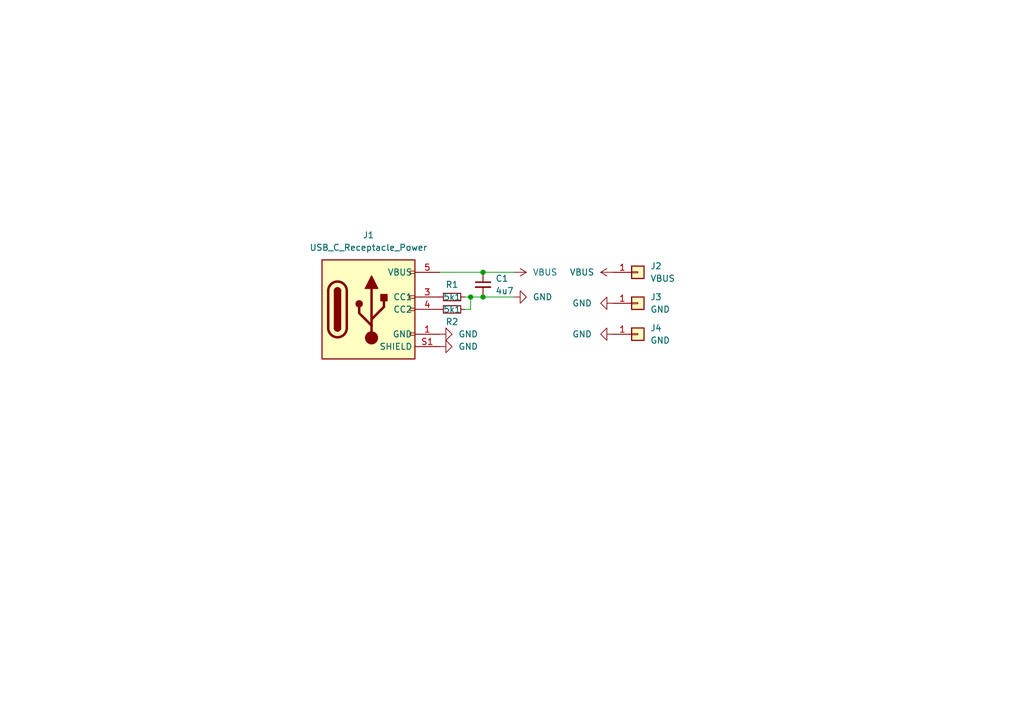
<source format=kicad_sch>
(kicad_sch (version 20231120) (generator "eeschema") (generator_version "8.0")
  (paper "A5")
  (title_block (title "USB-vertical") (date "2023-03-21") (rev "v1.0.0") (company "Jana Marie Hemsing"))
  (lib_symbols
    (symbol "Connector_Generic:Conn_01x01" (pin_names (offset 1.016) hide)
      (property "Reference" "J" (at 0 2.54 0))
      (property "Value" "Conn_01x01" (at 0 -2.54 0))
      (symbol "Conn_01x01_1_1"
        (rectangle (start -1.27 0.127) (end 0 -0.127) (stroke (width 0.1524)))
        (rectangle (start -1.27 1.27) (end 1.27 -1.27) (stroke (width 0.254)) (fill (type background)))
        (pin passive line (at -5.08 0 0) (length 3.81) (name "Pin_1") (number "1"))
      )
    )
    (symbol "Device:C_Small" (pin_numbers hide) (pin_names (offset 0.254) hide)
      (property "Reference" "C" (at 0.254 1.778 0))
      (property "Value" "C_Small" (at 0.254 -2.032 0))
      (symbol "C_Small_0_1"
        (polyline (pts (xy -1.524 -0.508) (xy 1.524 -0.508)) (stroke (width 0.3302)))
        (polyline (pts (xy -1.524 0.508) (xy 1.524 0.508)) (stroke (width 0.3048)))
      )
      (symbol "C_Small_1_1"
        (pin passive line (at 0 2.54 270) (length 2.032) (name "~") (number "1"))
        (pin passive line (at 0 -2.54 90) (length 2.032) (name "~") (number "2"))
      )
    )
    (symbol "Device:R_Small" (pin_numbers hide) (pin_names (offset 0.254) hide)
      (property "Reference" "R" (at 0.762 0.508 0))
      (property "Value" "R_Small" (at 0.762 -1.016 0))
      (symbol "R_Small_0_1"
        (rectangle (start -0.762 1.778) (end 0.762 -1.778) (stroke (width 0.2032)))
      )
      (symbol "R_Small_1_1"
        (pin passive line (at 0 2.54 270) (length 0.762) (name "~") (number "1"))
        (pin passive line (at 0 -2.54 90) (length 0.762) (name "~") (number "2"))
      )
    )
    (symbol "otter:GND" (power) (pin_names (offset 0))
      (property "Value" "GND" (at 0 -3.81 0))
      (symbol "GND_0_1"
        (polyline (pts (xy 0 0) (xy 0 -1.27) (xy 1.27 -1.27) (xy 0 -2.54) (xy -1.27 -1.27) (xy 0 -1.27)))
      )
      (symbol "GND_1_1"
        (pin power_in line (at 0 0 270) (length 0) hide (name "GND") (number "1"))
      )
    )
    (symbol "otter:USB_C_Receptacle_Power"
      (property "Reference" "J" (at -8.89 10.16 0))
      (property "Value" "USB_C_Receptacle_Power" (at 6.35 10.16 0))
      (symbol "USB_C_Receptacle_Power_0_0"
        (rectangle (start 8.89 -6.604) (end 7.874 -6.096))
        (rectangle (start 8.89 -1.016) (end 7.874 -1.524))
        (rectangle (start 8.89 1.524) (end 7.874 1.016))
        (rectangle (start 8.89 6.604) (end 7.874 6.096))
      )
      (symbol "USB_C_Receptacle_Power_0_1"
        (rectangle (start -10.16 8.89) (end 8.89 -11.43) (stroke (width 0.254)) (fill (type background)))
        (arc (start -8.89 -5.08) (mid -6.985 -6.9766) (end -5.08 -5.08) (stroke (width 0.508)))
        (arc (start -7.62 -5.08) (mid -6.985 -5.7122) (end -6.35 -5.08) (stroke (width 0.254)))
        (arc (start -7.62 -5.08) (mid -6.985 -5.7122) (end -6.35 -5.08) (stroke (width 0.254)) (fill (type outline)))
        (rectangle (start -7.62 -5.08) (end -6.35 2.54) (stroke (width 0.254)) (fill (type outline)))
        (arc (start -6.35 2.54) (mid -6.985 3.1722) (end -7.62 2.54) (stroke (width 0.254)))
        (arc (start -6.35 2.54) (mid -6.985 3.1722) (end -7.62 2.54) (stroke (width 0.254)) (fill (type outline)))
        (arc (start -5.08 2.54) (mid -6.985 4.4366) (end -8.89 2.54) (stroke (width 0.508)))
        (circle (center -2.54 -0.127) (radius 0.635) (stroke (width 0.254)) (fill (type outline)))
        (circle (center 0 -7.112) (radius 1.27) (fill (type outline)))
        (polyline (pts (xy -8.89 -5.08) (xy -8.89 2.54)) (stroke (width 0.508)))
        (polyline (pts (xy -5.08 2.54) (xy -5.08 -5.08)) (stroke (width 0.508)))
        (polyline (pts (xy 0 -7.112) (xy 0 3.048)) (stroke (width 0.508)))
        (polyline (pts (xy 0 -4.572) (xy -2.54 -2.032) (xy -2.54 -0.762)) (stroke (width 0.508)))
        (polyline (pts (xy 0 -3.302) (xy 2.54 -0.762) (xy 2.54 0.508)) (stroke (width 0.508)))
        (polyline (pts (xy -1.27 3.048) (xy 0 5.588) (xy 1.27 3.048) (xy -1.27 3.048)) (stroke (width 0.254)) (fill (type outline)))
        (rectangle (start 1.905 0.508) (end 3.175 1.778) (stroke (width 0.254)) (fill (type outline)))
      )
      (symbol "USB_C_Receptacle_Power_1_1"
        (pin passive line (at 13.97 -6.35 180) (length 5.08) (name "GND") (number "1"))
        (pin passive line (at 13.97 6.35 180) (length 5.08) hide (name "VBUS") (number "2"))
        (pin bidirectional line (at 13.97 1.27 180) (length 5.08) (name "CC1") (number "3"))
        (pin bidirectional line (at 13.97 -1.27 180) (length 5.08) (name "CC2") (number "4"))
        (pin passive line (at 13.97 6.35 180) (length 5.08) (name "VBUS") (number "5"))
        (pin passive line (at 13.97 -6.35 180) (length 5.08) hide (name "GND") (number "6"))
        (pin passive line (at 13.97 -8.89 180) (length 5.08) (name "SHIELD") (number "S1"))
      )
    )
    (symbol "power:VBUS" (power) (pin_names (offset 0))
      (property "Value" "VBUS" (at 0 3.81 0))
      (symbol "VBUS_0_1"
        (polyline (pts (xy -0.762 1.27) (xy 0 2.54)))
        (polyline (pts (xy 0 0) (xy 0 2.54)))
        (polyline (pts (xy 0 2.54) (xy 0.762 1.27)))
      )
      (symbol "VBUS_1_1"
        (pin power_in line (at 0 0 90) (length 0) hide (name "VBUS") (number "1"))
      )
    )
  )
  (junction (at 99.06 60.96))
  (junction (at 96.52 60.96))
  (junction (at 99.06 55.88))
  (wire (pts (xy 96.52 60.96) (xy 95.25 60.96)))
  (wire (pts (xy 99.06 60.96) (xy 105.41 60.96)))
  (wire (pts (xy 96.52 63.5) (xy 95.25 63.5)))
  (wire (pts (xy 96.52 60.96) (xy 99.06 60.96)))
  (wire (pts (xy 99.06 55.88) (xy 105.41 55.88)))
  (wire (pts (xy 96.52 60.96) (xy 96.52 63.5)))
  (wire (pts (xy 99.06 55.88) (xy 90.17 55.88)))
  (symbol (lib_id "power:VBUS") (at 125.73 55.88 90) (unit 1)
    (property "Reference" "#PWR0105" (effects (hide yes)))
    (property "Value" "VBUS" (at 121.92 55.8799 90) (effects (justify left)))
  )
  (symbol (lib_id "otter:GND") (at 90.17 71.12 90) (unit 1)
    (property "Reference" "#PWR0102" (effects (hide yes)))
    (property "Value" "GND" (at 93.98 71.1199 90) (effects (justify right)))
  )
  (symbol (lib_id "otter:GND") (at 90.17 68.58 90) (unit 1)
    (property "Reference" "#PWR0101" (effects (hide yes)))
    (property "Value" "GND" (at 93.98 68.5799 90) (effects (justify right)))
  )
  (symbol (lib_id "otter:GND") (at 105.41 60.96 90) (unit 1)
    (property "Reference" "#PWR0103" (effects (hide yes)))
    (property "Value" "GND" (at 109.22 60.9599 90) (effects (justify right)))
  )
  (symbol (lib_id "Connector_Generic:Conn_01x01") (at 130.81 68.58 0) (unit 1)
    (property "Reference" "J4" (at 133.35 67.3099 0) (effects (justify left)))
    (property "Value" "GND" (at 133.35 69.8499 0) (effects (justify left)))
    (property "Footprint" "otter:pad_1_2" (effects (hide yes)))
  )
  (symbol (lib_id "Device:R_Small") (at 92.71 60.96 90) (unit 1)
    (property "Reference" "R1" (at 92.71 58.42 90))
    (property "Value" "5k1" (at 92.71 60.96 90))
    (property "Footprint" "otter:R_0402" (effects (hide yes)))
  )
  (symbol (lib_id "Connector_Generic:Conn_01x01") (at 130.81 62.23 0) (unit 1)
    (property "Reference" "J3" (at 133.35 60.9599 0) (effects (justify left)))
    (property "Value" "GND" (at 133.35 63.4999 0) (effects (justify left)))
    (property "Footprint" "otter:pad_1_2" (effects (hide yes)))
  )
  (symbol (lib_id "otter:GND") (at 125.73 68.58 270) (unit 1)
    (property "Reference" "#PWR0106" (effects (hide yes)))
    (property "Value" "GND" (at 119.38 68.58 90))
  )
  (symbol (lib_id "otter:USB_C_Receptacle_Power") (at 76.2 62.23 0) (unit 1)
    (property "Reference" "J1" (at 75.565 48.26 0))
    (property "Value" "USB_C_Receptacle_Power" (at 75.565 50.8 0))
    (property "Footprint" "otter:USB-C_Power" (effects (hide yes)))
  )
  (symbol (lib_id "Device:C_Small") (at 99.06 58.42 0) (unit 1)
    (property "Reference" "C1" (at 101.6 57.1562 0) (effects (justify left)))
    (property "Value" "4u7" (at 101.6 59.6962 0) (effects (justify left)))
    (property "Footprint" "otter:C_0805" (effects (hide yes)))
  )
  (symbol (lib_id "Device:R_Small") (at 92.71 63.5 270) (unit 1)
    (property "Reference" "R2" (at 92.71 66.04 90))
    (property "Value" "5k1" (at 92.71 63.5 90))
    (property "Footprint" "otter:R_0402" (effects (hide yes)))
  )
  (symbol (lib_id "otter:GND") (at 125.73 62.23 270) (unit 1)
    (property "Reference" "#PWR0107" (effects (hide yes)))
    (property "Value" "GND" (at 119.38 62.23 90))
  )
  (symbol (lib_id "power:VBUS") (at 105.41 55.88 270) (unit 1)
    (property "Reference" "#PWR0104" (effects (hide yes)))
    (property "Value" "VBUS" (at 109.22 55.8799 90) (effects (justify left)))
  )
  (symbol (lib_id "Connector_Generic:Conn_01x01") (at 130.81 55.88 0) (unit 1)
    (property "Reference" "J2" (at 133.35 54.6099 0) (effects (justify left)))
    (property "Value" "VBUS" (at 133.35 57.1499 0) (effects (justify left)))
    (property "Footprint" "otter:pad_1_2" (effects (hide yes)))
  )
)
</source>
